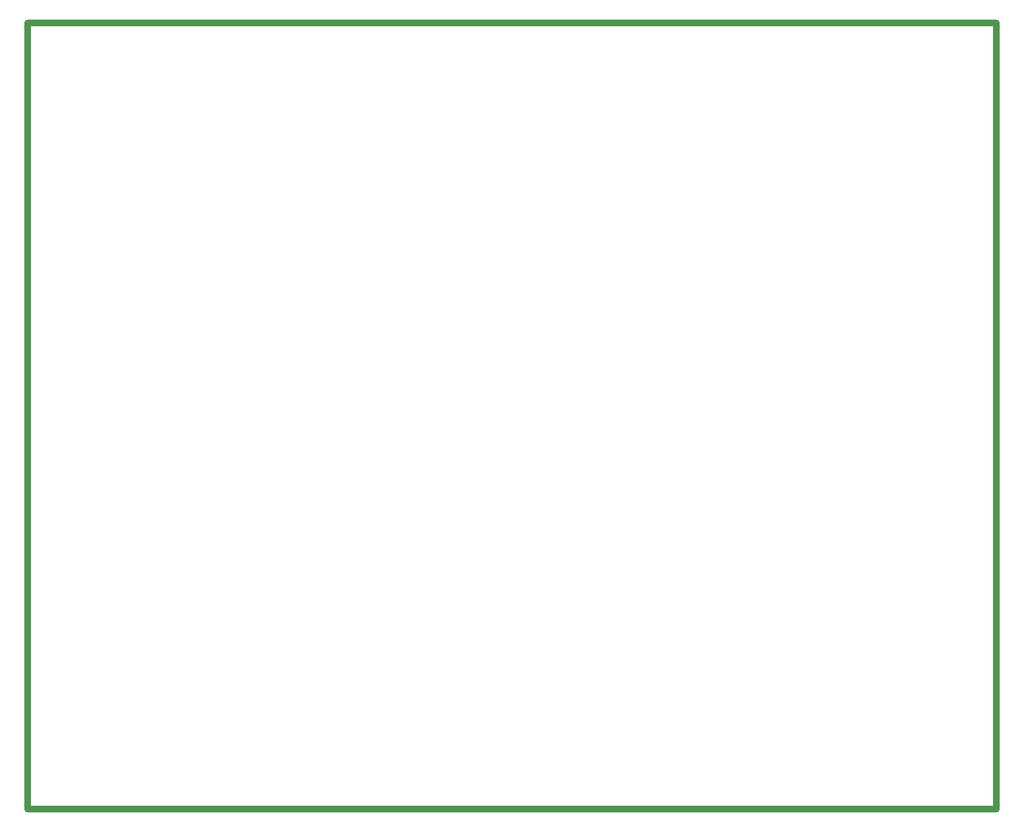
<source format=gko>
%TF.GenerationSoftware,KiCad,Pcbnew,8.0.3*%
%TF.CreationDate,2024-06-25T22:27:31+05:30*%
%TF.ProjectId,PCB_PANELIZED,5043425f-5041-44e4-954c-495a45442e6b,rev?*%
%TF.SameCoordinates,Original*%
%TF.FileFunction,Profile,NP*%
%FSLAX46Y46*%
G04 Gerber Fmt 4.6, Leading zero omitted, Abs format (unit mm)*
G04 Created by KiCad (PCBNEW 8.0.3) date 2024-06-25 22:27:31*
%MOMM*%
%LPD*%
G01*
G04 APERTURE LIST*
%TA.AperFunction,Profile*%
%ADD10C,2.000000*%
%TD*%
G04 APERTURE END LIST*
D10*
X10250000Y-12750000D02*
X306750000Y-12750000D01*
X306750000Y-253500000D01*
X10250000Y-253500000D01*
X10250000Y-12750000D01*
M02*

</source>
